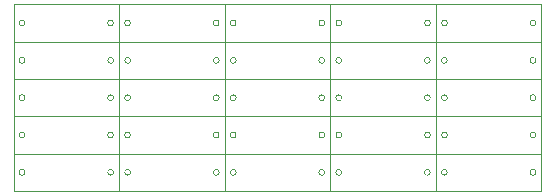
<source format=gbr>
%TF.GenerationSoftware,KiCad,Pcbnew,(6.0.7)*%
%TF.CreationDate,2023-04-05T23:06:48+08:00*%
%TF.ProjectId,MicroUSB2TypeC,4d696372-6f55-4534-9232-54797065432e,rev?*%
%TF.SameCoordinates,Original*%
%TF.FileFunction,Profile,NP*%
%FSLAX46Y46*%
G04 Gerber Fmt 4.6, Leading zero omitted, Abs format (unit mm)*
G04 Created by KiCad (PCBNEW (6.0.7)) date 2023-04-05 23:06:48*
%MOMM*%
%LPD*%
G01*
G04 APERTURE LIST*
%TA.AperFunction,Profile*%
%ADD10C,0.050000*%
%TD*%
G04 APERTURE END LIST*
D10*
%TO.C,J1*%
X179372000Y-92086000D02*
X188312000Y-92086000D01*
X188312000Y-92086000D02*
X188312000Y-95246000D01*
X188312000Y-95246000D02*
X179372000Y-95246000D01*
X179372000Y-95246000D02*
X179372000Y-92086000D01*
X187842000Y-93666000D02*
G75*
G03*
X187842000Y-93666000I-250000J0D01*
G01*
X180342000Y-93666000D02*
G75*
G03*
X180342000Y-93666000I-250000J0D01*
G01*
X170432000Y-92086000D02*
X179372000Y-92086000D01*
X179372000Y-92086000D02*
X179372000Y-95246000D01*
X179372000Y-95246000D02*
X170432000Y-95246000D01*
X170432000Y-95246000D02*
X170432000Y-92086000D01*
X178902000Y-93666000D02*
G75*
G03*
X178902000Y-93666000I-250000J0D01*
G01*
X171402000Y-93666000D02*
G75*
G03*
X171402000Y-93666000I-250000J0D01*
G01*
X161492000Y-92086000D02*
X170432000Y-92086000D01*
X170432000Y-92086000D02*
X170432000Y-95246000D01*
X170432000Y-95246000D02*
X161492000Y-95246000D01*
X161492000Y-95246000D02*
X161492000Y-92086000D01*
X169962000Y-93666000D02*
G75*
G03*
X169962000Y-93666000I-250000J0D01*
G01*
X162462000Y-93666000D02*
G75*
G03*
X162462000Y-93666000I-250000J0D01*
G01*
X152552000Y-92086000D02*
X161492000Y-92086000D01*
X161492000Y-92086000D02*
X161492000Y-95246000D01*
X161492000Y-95246000D02*
X152552000Y-95246000D01*
X152552000Y-95246000D02*
X152552000Y-92086000D01*
X161022000Y-93666000D02*
G75*
G03*
X161022000Y-93666000I-250000J0D01*
G01*
X153522000Y-93666000D02*
G75*
G03*
X153522000Y-93666000I-250000J0D01*
G01*
X143612000Y-92086000D02*
X152552000Y-92086000D01*
X152552000Y-92086000D02*
X152552000Y-95246000D01*
X152552000Y-95246000D02*
X143612000Y-95246000D01*
X143612000Y-95246000D02*
X143612000Y-92086000D01*
X152082000Y-93666000D02*
G75*
G03*
X152082000Y-93666000I-250000J0D01*
G01*
X144582000Y-93666000D02*
G75*
G03*
X144582000Y-93666000I-250000J0D01*
G01*
X179372000Y-88926000D02*
X188312000Y-88926000D01*
X188312000Y-88926000D02*
X188312000Y-92086000D01*
X188312000Y-92086000D02*
X179372000Y-92086000D01*
X179372000Y-92086000D02*
X179372000Y-88926000D01*
X187842000Y-90506000D02*
G75*
G03*
X187842000Y-90506000I-250000J0D01*
G01*
X180342000Y-90506000D02*
G75*
G03*
X180342000Y-90506000I-250000J0D01*
G01*
X170432000Y-88926000D02*
X179372000Y-88926000D01*
X179372000Y-88926000D02*
X179372000Y-92086000D01*
X179372000Y-92086000D02*
X170432000Y-92086000D01*
X170432000Y-92086000D02*
X170432000Y-88926000D01*
X178902000Y-90506000D02*
G75*
G03*
X178902000Y-90506000I-250000J0D01*
G01*
X171402000Y-90506000D02*
G75*
G03*
X171402000Y-90506000I-250000J0D01*
G01*
X161492000Y-88926000D02*
X170432000Y-88926000D01*
X170432000Y-88926000D02*
X170432000Y-92086000D01*
X170432000Y-92086000D02*
X161492000Y-92086000D01*
X161492000Y-92086000D02*
X161492000Y-88926000D01*
X169962000Y-90506000D02*
G75*
G03*
X169962000Y-90506000I-250000J0D01*
G01*
X162462000Y-90506000D02*
G75*
G03*
X162462000Y-90506000I-250000J0D01*
G01*
X152552000Y-88926000D02*
X161492000Y-88926000D01*
X161492000Y-88926000D02*
X161492000Y-92086000D01*
X161492000Y-92086000D02*
X152552000Y-92086000D01*
X152552000Y-92086000D02*
X152552000Y-88926000D01*
X161022000Y-90506000D02*
G75*
G03*
X161022000Y-90506000I-250000J0D01*
G01*
X153522000Y-90506000D02*
G75*
G03*
X153522000Y-90506000I-250000J0D01*
G01*
X143612000Y-88926000D02*
X152552000Y-88926000D01*
X152552000Y-88926000D02*
X152552000Y-92086000D01*
X152552000Y-92086000D02*
X143612000Y-92086000D01*
X143612000Y-92086000D02*
X143612000Y-88926000D01*
X152082000Y-90506000D02*
G75*
G03*
X152082000Y-90506000I-250000J0D01*
G01*
X144582000Y-90506000D02*
G75*
G03*
X144582000Y-90506000I-250000J0D01*
G01*
X179372000Y-85766000D02*
X188312000Y-85766000D01*
X188312000Y-85766000D02*
X188312000Y-88926000D01*
X188312000Y-88926000D02*
X179372000Y-88926000D01*
X179372000Y-88926000D02*
X179372000Y-85766000D01*
X187842000Y-87346000D02*
G75*
G03*
X187842000Y-87346000I-250000J0D01*
G01*
X180342000Y-87346000D02*
G75*
G03*
X180342000Y-87346000I-250000J0D01*
G01*
X170432000Y-85766000D02*
X179372000Y-85766000D01*
X179372000Y-85766000D02*
X179372000Y-88926000D01*
X179372000Y-88926000D02*
X170432000Y-88926000D01*
X170432000Y-88926000D02*
X170432000Y-85766000D01*
X178902000Y-87346000D02*
G75*
G03*
X178902000Y-87346000I-250000J0D01*
G01*
X171402000Y-87346000D02*
G75*
G03*
X171402000Y-87346000I-250000J0D01*
G01*
X161492000Y-85766000D02*
X170432000Y-85766000D01*
X170432000Y-85766000D02*
X170432000Y-88926000D01*
X170432000Y-88926000D02*
X161492000Y-88926000D01*
X161492000Y-88926000D02*
X161492000Y-85766000D01*
X169962000Y-87346000D02*
G75*
G03*
X169962000Y-87346000I-250000J0D01*
G01*
X162462000Y-87346000D02*
G75*
G03*
X162462000Y-87346000I-250000J0D01*
G01*
X152552000Y-85766000D02*
X161492000Y-85766000D01*
X161492000Y-85766000D02*
X161492000Y-88926000D01*
X161492000Y-88926000D02*
X152552000Y-88926000D01*
X152552000Y-88926000D02*
X152552000Y-85766000D01*
X161022000Y-87346000D02*
G75*
G03*
X161022000Y-87346000I-250000J0D01*
G01*
X153522000Y-87346000D02*
G75*
G03*
X153522000Y-87346000I-250000J0D01*
G01*
X143612000Y-85766000D02*
X152552000Y-85766000D01*
X152552000Y-85766000D02*
X152552000Y-88926000D01*
X152552000Y-88926000D02*
X143612000Y-88926000D01*
X143612000Y-88926000D02*
X143612000Y-85766000D01*
X152082000Y-87346000D02*
G75*
G03*
X152082000Y-87346000I-250000J0D01*
G01*
X144582000Y-87346000D02*
G75*
G03*
X144582000Y-87346000I-250000J0D01*
G01*
X179372000Y-82606000D02*
X188312000Y-82606000D01*
X188312000Y-82606000D02*
X188312000Y-85766000D01*
X188312000Y-85766000D02*
X179372000Y-85766000D01*
X179372000Y-85766000D02*
X179372000Y-82606000D01*
X187842000Y-84186000D02*
G75*
G03*
X187842000Y-84186000I-250000J0D01*
G01*
X180342000Y-84186000D02*
G75*
G03*
X180342000Y-84186000I-250000J0D01*
G01*
X170432000Y-82606000D02*
X179372000Y-82606000D01*
X179372000Y-82606000D02*
X179372000Y-85766000D01*
X179372000Y-85766000D02*
X170432000Y-85766000D01*
X170432000Y-85766000D02*
X170432000Y-82606000D01*
X178902000Y-84186000D02*
G75*
G03*
X178902000Y-84186000I-250000J0D01*
G01*
X171402000Y-84186000D02*
G75*
G03*
X171402000Y-84186000I-250000J0D01*
G01*
X161492000Y-82606000D02*
X170432000Y-82606000D01*
X170432000Y-82606000D02*
X170432000Y-85766000D01*
X170432000Y-85766000D02*
X161492000Y-85766000D01*
X161492000Y-85766000D02*
X161492000Y-82606000D01*
X169962000Y-84186000D02*
G75*
G03*
X169962000Y-84186000I-250000J0D01*
G01*
X162462000Y-84186000D02*
G75*
G03*
X162462000Y-84186000I-250000J0D01*
G01*
X152552000Y-82606000D02*
X161492000Y-82606000D01*
X161492000Y-82606000D02*
X161492000Y-85766000D01*
X161492000Y-85766000D02*
X152552000Y-85766000D01*
X152552000Y-85766000D02*
X152552000Y-82606000D01*
X161022000Y-84186000D02*
G75*
G03*
X161022000Y-84186000I-250000J0D01*
G01*
X153522000Y-84186000D02*
G75*
G03*
X153522000Y-84186000I-250000J0D01*
G01*
X143612000Y-82606000D02*
X152552000Y-82606000D01*
X152552000Y-82606000D02*
X152552000Y-85766000D01*
X152552000Y-85766000D02*
X143612000Y-85766000D01*
X143612000Y-85766000D02*
X143612000Y-82606000D01*
X152082000Y-84186000D02*
G75*
G03*
X152082000Y-84186000I-250000J0D01*
G01*
X144582000Y-84186000D02*
G75*
G03*
X144582000Y-84186000I-250000J0D01*
G01*
X179372000Y-79446000D02*
X188312000Y-79446000D01*
X188312000Y-79446000D02*
X188312000Y-82606000D01*
X188312000Y-82606000D02*
X179372000Y-82606000D01*
X179372000Y-82606000D02*
X179372000Y-79446000D01*
X187842000Y-81026000D02*
G75*
G03*
X187842000Y-81026000I-250000J0D01*
G01*
X180342000Y-81026000D02*
G75*
G03*
X180342000Y-81026000I-250000J0D01*
G01*
X170432000Y-79446000D02*
X179372000Y-79446000D01*
X179372000Y-79446000D02*
X179372000Y-82606000D01*
X179372000Y-82606000D02*
X170432000Y-82606000D01*
X170432000Y-82606000D02*
X170432000Y-79446000D01*
X178902000Y-81026000D02*
G75*
G03*
X178902000Y-81026000I-250000J0D01*
G01*
X171402000Y-81026000D02*
G75*
G03*
X171402000Y-81026000I-250000J0D01*
G01*
X161492000Y-79446000D02*
X170432000Y-79446000D01*
X170432000Y-79446000D02*
X170432000Y-82606000D01*
X170432000Y-82606000D02*
X161492000Y-82606000D01*
X161492000Y-82606000D02*
X161492000Y-79446000D01*
X169962000Y-81026000D02*
G75*
G03*
X169962000Y-81026000I-250000J0D01*
G01*
X162462000Y-81026000D02*
G75*
G03*
X162462000Y-81026000I-250000J0D01*
G01*
X152552000Y-79446000D02*
X161492000Y-79446000D01*
X161492000Y-79446000D02*
X161492000Y-82606000D01*
X161492000Y-82606000D02*
X152552000Y-82606000D01*
X152552000Y-82606000D02*
X152552000Y-79446000D01*
X161022000Y-81026000D02*
G75*
G03*
X161022000Y-81026000I-250000J0D01*
G01*
X153522000Y-81026000D02*
G75*
G03*
X153522000Y-81026000I-250000J0D01*
G01*
X143612000Y-79446000D02*
X152552000Y-79446000D01*
X152552000Y-79446000D02*
X152552000Y-82606000D01*
X152552000Y-82606000D02*
X143612000Y-82606000D01*
X143612000Y-82606000D02*
X143612000Y-79446000D01*
X152082000Y-81026000D02*
G75*
G03*
X152082000Y-81026000I-250000J0D01*
G01*
X144582000Y-81026000D02*
G75*
G03*
X144582000Y-81026000I-250000J0D01*
G01*
%TD*%
M02*

</source>
